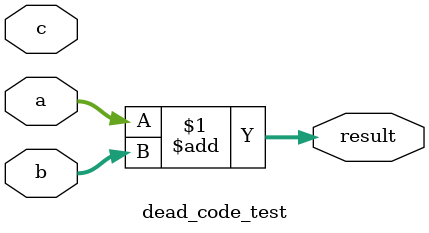
<source format=v>
module dead_code_test(a, b, c, result);
  input [3:0] a, b, c;
  output [4:0] result;
  
  // This will be used
  assign result = a + b;
  
  // This is dead code (unused)
  wire [3:0] unused_sum = a + c;
  wire [3:0] unused_diff = a - c;
  wire [3:0] unused_prod = a * c;
  
  // More dead code
  wire [3:0] dead_wire1 = b + c;
  wire [3:0] dead_wire2 = b - c;
endmodule

</source>
